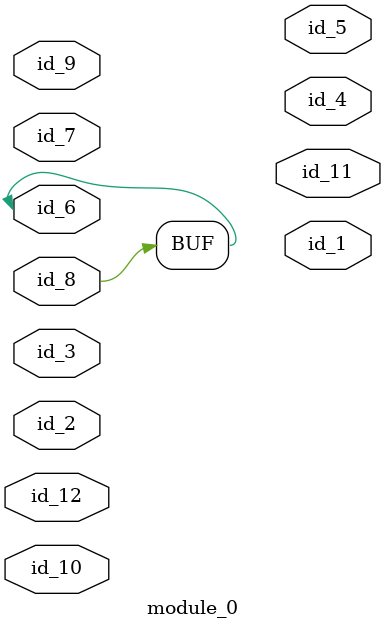
<source format=v>
module module_0 (
    id_1,
    id_2,
    id_3,
    id_4,
    id_5,
    id_6,
    id_7,
    id_8,
    id_9,
    id_10,
    id_11,
    id_12
);
  inout id_12;
  output id_11;
  inout id_10;
  input id_9;
  input id_8;
  input id_7;
  inout id_6;
  output id_5;
  output id_4;
  inout id_3;
  inout id_2;
  output id_1;
  assign id_6 = id_8;
endmodule

</source>
